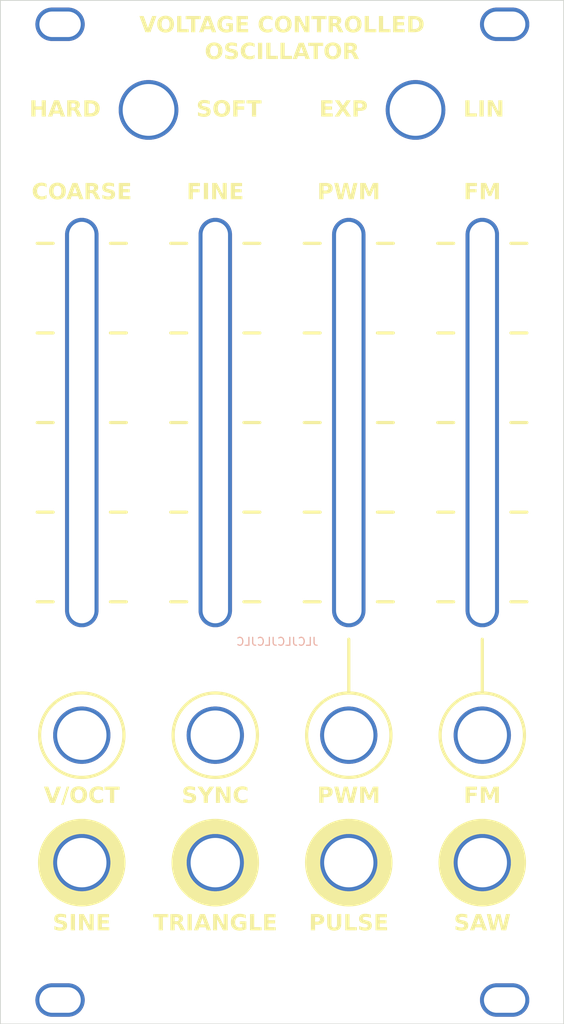
<source format=kicad_pcb>
(kicad_pcb (version 20221018) (generator pcbnew)
  (layers (0 "F.Cu" signal) (31 "B.Cu" signal) (34 "B.Paste" user) (35 "F.Paste" user) (36 "B.SilkS" user "B.Silkscreen") (37 "F.SilkS" user "F.Silkscreen") (38 "B.Mask" user) (39 "F.Mask" user) (44 "Edge.Cuts" user))
  (net 0 "")
  (footprint "Dans_Eurorack:Mounting_Hole_6.2mm_Thonkiconn_Input_Round" (layer "F.Cu") (at 74.83 128)
    (fp_text reference "REF**" hide)
    (fp_text value "Mounting_Hole_6.2mm_Thonkiconn_Input_Round" hide)
    (fp_text user "V/OCT" (at 0 6.5 unlocked) (layer "F.SilkS") (effects (font (size 2 2) (thickness 0.1)) (justify top)))
    (fp_circle (center 0 0) (end 5.3 0) (stroke (width 0.4)) (fill none) (layer "F.SilkS"))
    (pad "1" thru_hole circle (at 0 0) (size 7.2 7.2) (drill 6.2) (layers "*.Cu" "*.Mask"))
  )
  (footprint "Dans_Eurorack:Fader_Slot_45mm" (layer "F.Cu") (at 108.39 88.75)
    (fp_text reference "REF**" hide)
    (fp_text value "Fader_Slot_45mm" hide)
    (fp_text user "PWM" (at 0 -27.7 unlocked) (layer "F.SilkS") (effects (font (size 2 2) (thickness 0.1)) (justify bottom)))
    (fp_line (start -5.6 -22.5) (end -3.6 -22.5) (stroke (width 0.4)) (layer "F.SilkS"))
    (fp_line (start -5.6 -11.25) (end -3.6 -11.25) (stroke (width 0.4)) (layer "F.SilkS"))
    (fp_line (start -5.6 0) (end -3.6 0) (stroke (width 0.4)) (layer "F.SilkS"))
    (fp_line (start -5.6 11.25) (end -3.6 11.25) (stroke (width 0.4)) (layer "F.SilkS"))
    (fp_line (start -5.6 22.5) (end -3.6 22.5) (stroke (width 0.4)) (layer "F.SilkS"))
    (fp_line (start 3.6 -22.5) (end 5.6 -22.5) (stroke (width 0.4)) (layer "F.SilkS"))
    (fp_line (start 3.6 -11.25) (end 5.6 -11.25) (stroke (width 0.4)) (layer "F.SilkS"))
    (fp_line (start 3.6 0) (end 5.6 0) (stroke (width 0.4)) (layer "F.SilkS"))
    (fp_line (start 3.6 11.25) (end 5.6 11.25) (stroke (width 0.4)) (layer "F.SilkS"))
    (fp_line (start 3.6 22.5) (end 5.6 22.5) (stroke (width 0.4)) (layer "F.SilkS"))
    (pad "1" thru_hole oval (at 0 0) (size 4.2 51.4) (drill oval 3.2 50.4) (layers "*.Cu" "*.Mask"))
  )
  (footprint "Dans_Eurorack:Mounting_Hole_6.2mm_Thonkiconn_Input_Round" (layer "F.Cu") (at 125.17 128)
    (fp_text reference "REF**" hide)
    (fp_text value "Mounting_Hole_6.2mm_Thonkiconn_Input_Round" hide)
    (fp_text user "FM" (at 0 6.5 unlocked) (layer "F.SilkS") (effects (font (size 2 2) (thickness 0.1)) (justify top)))
    (fp_circle (center 0 0) (end 5.3 0) (stroke (width 0.4)) (fill none) (layer "F.SilkS"))
    (pad "1" thru_hole circle (at 0 0) (size 7.2 7.2) (drill 6.2) (layers "*.Cu" "*.Mask"))
  )
  (footprint "Dans_Eurorack:Mounting_Slot_3.2x5.2mm" (layer "F.Cu") (at 72.1 38.75)
    (fp_text reference "REF**" hide)
    (fp_text value "Mounting_Slot_3.2x5.2mm" hide)
    (pad "1" thru_hole oval (at 0 0) (size 6.2 4.2) (drill oval 5.2 3.2) (layers "*.Cu" "*.Mask"))
  )
  (footprint "Dans_Eurorack:Mounting_Hole_6.2mm_Thonkiconn_Output_Round" (layer "F.Cu") (at 108.39 144)
    (fp_text reference "REF**" hide)
    (fp_text value "Mounting_Hole_6.2mm_Thonkiconn_Output_Round" hide)
    (fp_text user "PULSE" (at 0 6.5 unlocked) (layer "F.SilkS") (effects (font (size 2 2) (thickness 0.1)) (justify top)))
    (fp_circle (center 0 0) (end 4.55 0) (stroke (width 1.9)) (fill none) (layer "F.SilkS"))
    (pad "1" thru_hole circle (at 0 0) (size 7.2 7.2) (drill 6.2) (layers "*.Cu" "*.Mask"))
  )
  (footprint "Dans_Eurorack:Fader_Slot_45mm" (layer "F.Cu") (at 74.83 88.75)
    (fp_text reference "REF**" hide)
    (fp_text value "Fader_Slot_45mm" hide)
    (fp_text user "COARSE" (at 0 -27.7 unlocked) (layer "F.SilkS") (effects (font (size 2 2) (thickness 0.1)) (justify bottom)))
    (fp_line (start -5.6 -22.5) (end -3.6 -22.5) (stroke (width 0.4)) (layer "F.SilkS"))
    (fp_line (start -5.6 -11.25) (end -3.6 -11.25) (stroke (width 0.4)) (layer "F.SilkS"))
    (fp_line (start -5.6 0) (end -3.6 0) (stroke (width 0.4)) (layer "F.SilkS"))
    (fp_line (start -5.6 11.25) (end -3.6 11.25) (stroke (width 0.4)) (layer "F.SilkS"))
    (fp_line (start -5.6 22.5) (end -3.6 22.5) (stroke (width 0.4)) (layer "F.SilkS"))
    (fp_line (start 3.6 -22.5) (end 5.6 -22.5) (stroke (width 0.4)) (layer "F.SilkS"))
    (fp_line (start 3.6 -11.25) (end 5.6 -11.25) (stroke (width 0.4)) (layer "F.SilkS"))
    (fp_line (start 3.6 0) (end 5.6 0) (stroke (width 0.4)) (layer "F.SilkS"))
    (fp_line (start 3.6 11.25) (end 5.6 11.25) (stroke (width 0.4)) (layer "F.SilkS"))
    (fp_line (start 3.6 22.5) (end 5.6 22.5) (stroke (width 0.4)) (layer "F.SilkS"))
    (pad "1" thru_hole oval (at 0 0) (size 4.2 51.4) (drill oval 3.2 50.4) (layers "*.Cu" "*.Mask"))
  )
  (footprint "Dans_Eurorack:Mounting_Slot_3.2x5.2mm" (layer "F.Cu") (at 127.98 161.25)
    (fp_text reference "REF**" hide)
    (fp_text value "Mounting_Slot_3.2x5.2mm" hide)
    (pad "1" thru_hole oval (at 0 0) (size 6.2 4.2) (drill oval 5.2 3.2) (layers "*.Cu" "*.Mask"))
  )
  (footprint "Dans_Eurorack:Mounting_Hole_6.2mm_Thonkiconn_Output_Round" (layer "F.Cu") (at 125.17 144)
    (fp_text reference "REF**" hide)
    (fp_text value "Mounting_Hole_6.2mm_Thonkiconn_Output_Round" hide)
    (fp_text user "SAW" (at 0 6.5 unlocked) (layer "F.SilkS") (effects (font (size 2 2) (thickness 0.1)) (justify top)))
    (fp_circle (center 0 0) (end 4.55 0) (stroke (width 1.9)) (fill none) (layer "F.SilkS"))
    (pad "1" thru_hole circle (at 0 0) (size 7.2 7.2) (drill 6.2) (layers "*.Cu" "*.Mask"))
  )
  (footprint "Dans_Eurorack:Mounting_Hole_6.2mm_Thonkiconn_Input_Round" (layer "F.Cu") (at 108.39 128)
    (fp_text reference "REF**" hide)
    (fp_text value "Mounting_Hole_6.2mm_Thonkiconn_Input_Round" hide)
    (fp_text user "PWM" (at 0 6.5 unlocked) (layer "F.SilkS") (effects (font (size 2 2) (thickness 0.1)) (justify top)))
    (fp_circle (center 0 0) (end 5.3 0) (stroke (width 0.4)) (fill none) (layer "F.SilkS"))
    (pad "1" thru_hole circle (at 0 0) (size 7.2 7.2) (drill 6.2) (layers "*.Cu" "*.Mask"))
  )
  (footprint "Dans_Eurorack:Fader_Slot_45mm" (layer "F.Cu") (at 125.17 88.75)
    (fp_text reference "REF**" hide)
    (fp_text value "Fader_Slot_45mm" hide)
    (fp_text user "FM" (at 0 -27.7 unlocked) (layer "F.SilkS") (effects (font (size 2 2) (thickness 0.1)) (justify bottom)))
    (fp_line (start -5.6 -22.5) (end -3.6 -22.5) (stroke (width 0.4)) (layer "F.SilkS"))
    (fp_line (start -5.6 -11.25) (end -3.6 -11.25) (stroke (width 0.4)) (layer "F.SilkS"))
    (fp_line (start -5.6 0) (end -3.6 0) (stroke (width 0.4)) (layer "F.SilkS"))
    (fp_line (start -5.6 11.25) (end -3.6 11.25) (stroke (width 0.4)) (layer "F.SilkS"))
    (fp_line (start -5.6 22.5) (end -3.6 22.5) (stroke (width 0.4)) (layer "F.SilkS"))
    (fp_line (start 3.6 -22.5) (end 5.6 -22.5) (stroke (width 0.4)) (layer "F.SilkS"))
    (fp_line (start 3.6 -11.25) (end 5.6 -11.25) (stroke (width 0.4)) (layer "F.SilkS"))
    (fp_line (start 3.6 0) (end 5.6 0) (stroke (width 0.4)) (layer "F.SilkS"))
    (fp_line (start 3.6 11.25) (end 5.6 11.25) (stroke (width 0.4)) (layer "F.SilkS"))
    (fp_line (start 3.6 22.5) (end 5.6 22.5) (stroke (width 0.4)) (layer "F.SilkS"))
    (pad "1" thru_hole oval (at 0 0) (size 4.2 51.4) (drill oval 3.2 50.4) (layers "*.Cu" "*.Mask"))
  )
  (footprint "Dans_Eurorack:Mounting_Hole_6.2mm_Thonkiconn_Input_Round" (layer "F.Cu") (at 91.61 128)
    (fp_text reference "REF**" hide)
    (fp_text value "Mounting_Hole_6.2mm_Thonkiconn_Input_Round" hide)
    (fp_text user "SYNC" (at 0 6.5 unlocked) (layer "F.SilkS") (effects (font (size 2 2) (thickness 0.1)) (justify top)))
    (fp_circle (center 0 0) (end 5.3 0) (stroke (width 0.4)) (fill none) (layer "F.SilkS"))
    (pad "1" thru_hole circle (at 0 0) (size 7.2 7.2) (drill 6.2) (layers "*.Cu" "*.Mask"))
  )
  (footprint "Dans_Eurorack:Fader_Slot_45mm" (layer "F.Cu") (at 91.61 88.75)
    (fp_text reference "REF**" hide)
    (fp_text value "Fader_Slot_45mm" hide)
    (fp_text user "FINE" (at 0 -27.7 unlocked) (layer "F.SilkS") (effects (font (size 2 2) (thickness 0.1)) (justify bottom)))
    (fp_line (start -5.6 -22.5) (end -3.6 -22.5) (stroke (width 0.4)) (layer "F.SilkS"))
    (fp_line (start -5.6 -11.25) (end -3.6 -11.25) (stroke (width 0.4)) (layer "F.SilkS"))
    (fp_line (start -5.6 0) (end -3.6 0) (stroke (width 0.4)) (layer "F.SilkS"))
    (fp_line (start -5.6 11.25) (end -3.6 11.25) (stroke (width 0.4)) (layer "F.SilkS"))
    (fp_line (start -5.6 22.5) (end -3.6 22.5) (stroke (width 0.4)) (layer "F.SilkS"))
    (fp_line (start 3.6 -22.5) (end 5.6 -22.5) (stroke (width 0.4)) (layer "F.SilkS"))
    (fp_line (start 3.6 -11.25) (end 5.6 -11.25) (stroke (width 0.4)) (layer "F.SilkS"))
    (fp_line (start 3.6 0) (end 5.6 0) (stroke (width 0.4)) (layer "F.SilkS"))
    (fp_line (start 3.6 11.25) (end 5.6 11.25) (stroke (width 0.4)) (layer "F.SilkS"))
    (fp_line (start 3.6 22.5) (end 5.6 22.5) (stroke (width 0.4)) (layer "F.SilkS"))
    (pad "1" thru_hole oval (at 0 0) (size 4.2 51.4) (drill oval 3.2 50.4) (layers "*.Cu" "*.Mask"))
  )
  (footprint "Dans_Eurorack:Mounting_Slot_3.2x5.2mm" (layer "F.Cu") (at 127.98 38.75)
    (fp_text reference "REF**" hide)
    (fp_text value "Mounting_Slot_3.2x5.2mm" hide)
    (pad "1" thru_hole oval (at 0 0) (size 6.2 4.2) (drill oval 5.2 3.2) (layers "*.Cu" "*.Mask"))
  )
  (footprint "Dans_Eurorack:Mounting_Hole_6.2mm_Switch" (layer "F.Cu") (at 83.22 49.5)
    (fp_text reference "REF**" hide)
    (fp_text value "Mounting_Hole_6.2mm_Switch" hide)
    (fp_text user "SOFT" (at 6 0 unlocked) (layer "F.SilkS") (effects (font (size 2 2) (thickness 0.1)) (justify left)))
    (fp_text user "HARD" (at -6 0 unlocked) (layer "F.SilkS") (effects (font (size 2 2) (thickness 0.1)) (justify right)))
    (pad "1" thru_hole circle (at 0 0) (size 7.5 7.5) (drill 6.5) (layers "*.Cu" "*.Mask"))
  )
  (footprint "Dans_Eurorack:Mounting_Hole_6.2mm_Switch" (layer "F.Cu") (at 116.78 49.5)
    (fp_text reference "REF**" hide)
    (fp_text value "Mounting_Hole_6.2mm_Switch" hide)
    (fp_text user "EXP" (at -6 0 unlocked) (layer "F.SilkS") (effects (font (size 2 2) (thickness 0.1)) (justify right)))
    (fp_text user "LIN" (at 6 0 unlocked) (layer "F.SilkS") (effects (font (size 2 2) (thickness 0.1)) (justify left)))
    (pad "1" thru_hole circle (at 0 0) (size 7.5 7.5) (drill 6.5) (layers "*.Cu" "*.Mask"))
  )
  (footprint "Dans_Eurorack:Mounting_Hole_6.2mm_Thonkiconn_Output_Round" (layer "F.Cu") (at 91.61 144)
    (fp_text reference "REF**" hide)
    (fp_text value "Mounting_Hole_6.2mm_Thonkiconn_Output_Round" hide)
    (fp_text user "TRIANGLE" (at 0 6.5 unlocked) (layer "F.SilkS") (effects (font (size 2 2) (thickness 0.1)) (justify top)))
    (fp_circle (center 0 0) (end 4.55 0) (stroke (width 1.9)) (fill none) (layer "F.SilkS"))
    (pad "1" thru_hole circle (at 0 0) (size 7.2 7.2) (drill 6.2) (layers "*.Cu" "*.Mask"))
  )
  (footprint "Dans_Eurorack:Mounting_Slot_3.2x5.2mm" (layer "F.Cu") (at 72.1 161.25)
    (fp_text reference "REF**" hide)
    (fp_text value "Mounting_Slot_3.2x5.2mm" hide)
    (pad "1" thru_hole oval (at 0 0) (size 6.2 4.2) (drill oval 5.2 3.2) (layers "*.Cu" "*.Mask"))
  )
  (footprint "Dans_Eurorack:Mounting_Hole_6.2mm_Thonkiconn_Output_Round" (layer "F.Cu") (at 74.83 144)
    (fp_text reference "REF**" hide)
    (fp_text value "Mounting_Hole_6.2mm_Thonkiconn_Output_Round" hide)
    (fp_text user "SINE" (at 0 6.5 unlocked) (layer "F.SilkS") (effects (font (size 2 2) (thickness 0.1)) (justify top)))
    (fp_circle (center 0 0) (end 4.55 0) (stroke (width 1.9)) (fill none) (layer "F.SilkS"))
    (pad "1" thru_hole circle (at 0 0) (size 7.2 7.2) (drill 6.2) (layers "*.Cu" "*.Mask"))
  )
  (gr_line (start 108.39 115.95) (end 108.39 122.5) (stroke (width 0.4)) (layer "F.SilkS"))
  (gr_line (start 125.17 115.95) (end 125.17 122.5) (stroke (width 0.4)) (layer "F.SilkS"))
  (gr_rect (start 64.6 35.75) (end 135.4 164.25) (stroke (width 0.1)) (fill none) (layer "Edge.Cuts"))
  (gr_text "JLCJLCJLCJLC" (at 104.648 116.84) (layer "B.SilkS") (effects (font (size 1 1)) (justify left bottom mirror)))
  (gr_text "VOLTAGE CONTROLLED\nOSCILLATOR" (at 100 37.75) (layer "F.SilkS") (effects (font (size 2 2) (thickness 0.375)) (justify top)))
)
</source>
